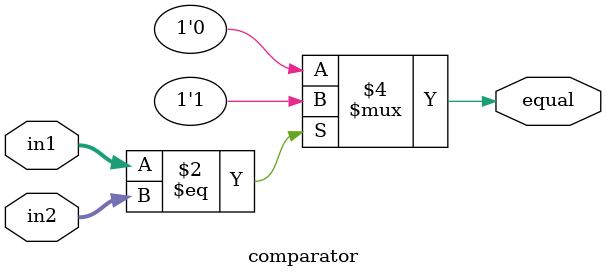
<source format=v>


module comparator (input [31:0] in1, input [31:0] in2, output reg equal);
    
    //WRITE YOUR CODE HERE
   always @(in1,in2) begin
    if(in1 == in2) equal = 1;
    else equal = 0; 
   end
endmodule

</source>
